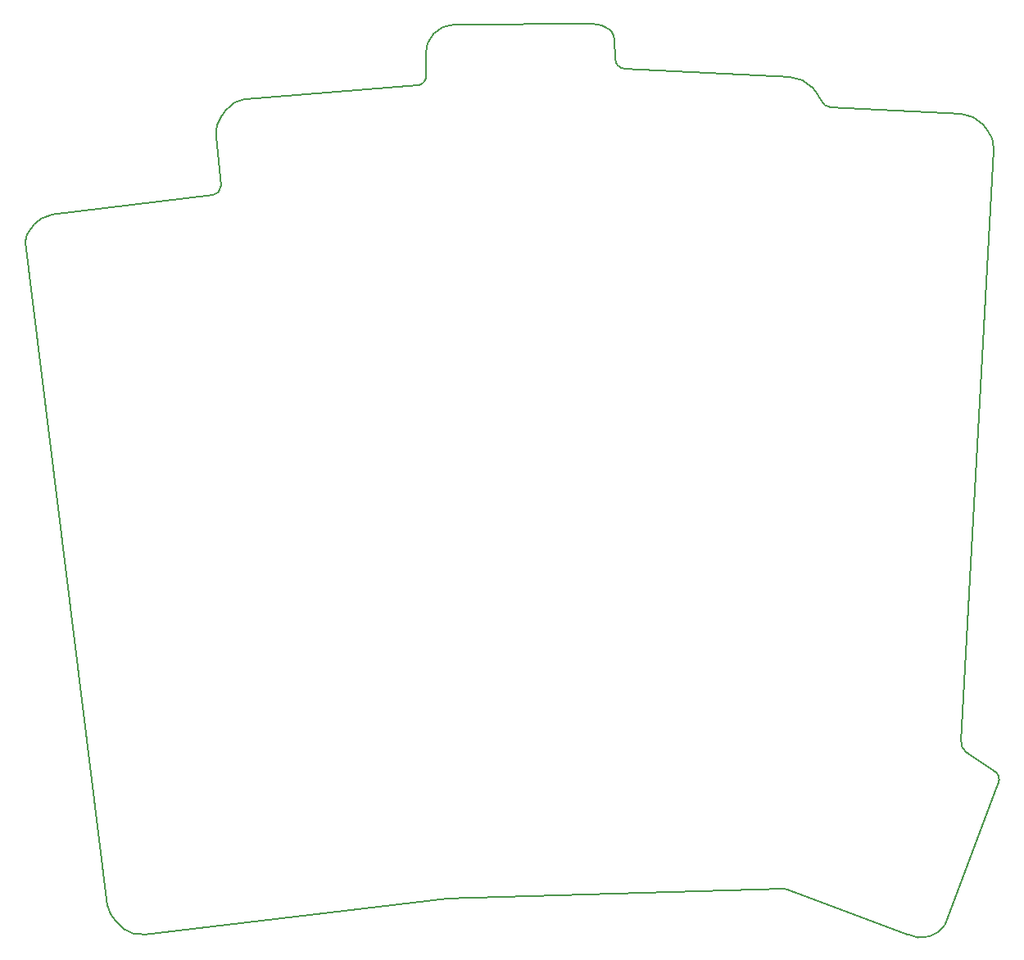
<source format=gm1>
G04 #@! TF.GenerationSoftware,KiCad,Pcbnew,5.1.10*
G04 #@! TF.CreationDate,2021-11-21T00:27:54-06:00*
G04 #@! TF.ProjectId,a_quax_quax,615f7175-6178-45f7-9175-61782e6b6963,VERSION_HERE*
G04 #@! TF.SameCoordinates,Original*
G04 #@! TF.FileFunction,Profile,NP*
%FSLAX46Y46*%
G04 Gerber Fmt 4.6, Leading zero omitted, Abs format (unit mm)*
G04 Created by KiCad (PCBNEW 5.1.10) date 2021-11-21 00:27:54*
%MOMM*%
%LPD*%
G01*
G04 APERTURE LIST*
G04 #@! TA.AperFunction,Profile*
%ADD10C,0.150000*%
G04 #@! TD*
G04 APERTURE END LIST*
D10*
X238313563Y-58419849D02*
X238543617Y-58694933D01*
X187724603Y-151071107D02*
X187268570Y-150553112D01*
X177913557Y-80449428D02*
G75*
G02*
X178530536Y-78952505I2505623J-157119D01*
G01*
X178775758Y-78619934D02*
G75*
G02*
X180599610Y-77596448I2287982J-1940389D01*
G01*
X178530536Y-78952505D02*
X178775757Y-78619935D01*
X188088343Y-151396195D02*
X187724603Y-151071107D01*
X190212725Y-151950931D02*
G75*
G02*
X188088343Y-151396195I-356795J2978705D01*
G01*
X187268570Y-150553112D02*
G75*
G02*
X186436568Y-149017388I2370719J2277609D01*
G01*
X278559264Y-136150959D02*
G75*
G02*
X278376172Y-136649791I-869153J35998D01*
G01*
X278376172Y-136649791D02*
X273038801Y-150897004D01*
X273038801Y-150897004D02*
G75*
G02*
X271375301Y-152164106I-2535608J1603339D01*
G01*
X271375300Y-152164106D02*
G75*
G02*
X269090157Y-151940045I-872106J2870442D01*
G01*
X256656934Y-147320000D02*
X269090157Y-151940045D01*
X198153374Y-74572364D02*
G75*
G02*
X197308268Y-75541123I-999814J19199D01*
G01*
X219360281Y-63183891D02*
G75*
G02*
X218480967Y-64209801I-999449J-33153D01*
G01*
X239855201Y-62465989D02*
G75*
G02*
X238909830Y-61500605I54080J998538D01*
G01*
X261091152Y-66423334D02*
G75*
G02*
X260214970Y-65791692I54080J998537D01*
G01*
X275131328Y-133092066D02*
G75*
G02*
X274655352Y-131988736I871612J1030346D01*
G01*
X278270489Y-135192251D02*
G75*
G02*
X278573064Y-135897337I-630087J-687856D01*
G01*
X256240000Y-147203590D02*
G75*
G02*
X256656934Y-147320000I-54078J-998539D01*
G01*
X221573100Y-148243264D02*
X190212725Y-151950932D01*
X180599610Y-77596448D02*
X197308268Y-75541123D01*
X197643614Y-69483118D02*
X198153373Y-74572364D01*
X197643615Y-69483118D02*
G75*
G02*
X198261080Y-67271601I2978270J360412D01*
G01*
X198261555Y-67270989D02*
X198696911Y-66715761D01*
X198697391Y-66715151D02*
G75*
G02*
X200697787Y-65587990I2360802J-1851111D01*
G01*
X200697787Y-65587990D02*
X218480967Y-64209801D01*
X219360281Y-63183889D02*
X219315907Y-61008262D01*
X219315905Y-61008263D02*
G75*
G02*
X220123772Y-58858976I2998352J99462D01*
G01*
X220123775Y-58858978D02*
G75*
G02*
X222214795Y-57910450I2190484J-2049821D01*
G01*
X222214795Y-57910450D02*
X236565025Y-57828012D01*
X236565025Y-57828012D02*
G75*
G02*
X238313563Y-58419849I-29232J-2965246D01*
G01*
X238543617Y-58694933D02*
G75*
G02*
X238817221Y-59464618I-1010779J-792779D01*
G01*
X238817221Y-59464618D02*
X238909830Y-61500605D01*
X239855203Y-62465988D02*
X257114193Y-63370468D01*
X257114192Y-63370467D02*
G75*
G02*
X259184890Y-64362576I-162233J-2995608D01*
G01*
X259185409Y-64363149D02*
X259656602Y-64888306D01*
X259657119Y-64888883D02*
G75*
G02*
X260214970Y-65791692I-2232934J-2003495D01*
G01*
X278559328Y-136150962D02*
X278573064Y-135897337D01*
X275131328Y-133092066D02*
X278270489Y-135192251D01*
X261091153Y-66423332D02*
X274734629Y-67173067D01*
X274734629Y-67173067D02*
G75*
G02*
X276805326Y-68165181I-162239J-2995609D01*
G01*
X276805842Y-68165758D02*
X277277040Y-68690912D01*
X277277556Y-68691488D02*
G75*
G02*
X278040231Y-70857221I-2232934J-2003497D01*
G01*
X274655352Y-131988736D02*
X278040231Y-70857221D01*
X221273100Y-148243264D02*
X256240000Y-147203590D01*
X177913559Y-80449425D02*
X186436568Y-149017388D01*
M02*

</source>
